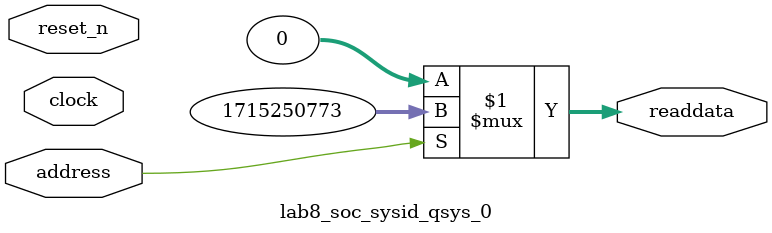
<source format=v>



// synthesis translate_off
`timescale 1ns / 1ps
// synthesis translate_on

// turn off superfluous verilog processor warnings 
// altera message_level Level1 
// altera message_off 10034 10035 10036 10037 10230 10240 10030 

module lab8_soc_sysid_qsys_0 (
               // inputs:
                address,
                clock,
                reset_n,

               // outputs:
                readdata
             )
;

  output  [ 31: 0] readdata;
  input            address;
  input            clock;
  input            reset_n;

  wire    [ 31: 0] readdata;
  //control_slave, which is an e_avalon_slave
  assign readdata = address ? 1715250773 : 0;

endmodule



</source>
